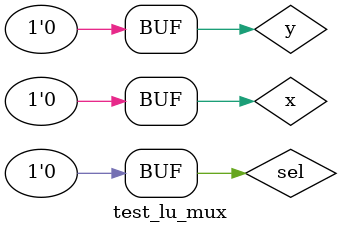
<source format=v>

module lu (
    output or_out, 
    output nor_out, 
    input a, 
    input b
);
// Descrever por portas
    or OR1 (or_out, a, b);
    nor NOR1 (nor_out, a, b);
endmodule // lu

// -------------------------
// Multiplexer
// -------------------------
module mux (
    output s, 
    input a, 
    input b, 
    input select
);
// Definir dados locais
    wire not_select;
    wire sa;
    wire sb;
// Descrever por portas
    not NOT1 (not_select, select);
    and AND1 (sa, a, not_select);
    and AND2 (sb, b, select);
    or OR1 (s, sa, sb);
endmodule // mux

// -------------------------
// Teste LU com MUX
// -------------------------
module test_lu_mux;
// ------------------------- Definir dados
    reg x;
    reg y;
    reg sel; // Sinal de seleção
    wire or_res;
    wire nor_res;
    wire z; // Saída única selecionada

    // Instanciar módulos
    lu modulo (or_res, nor_res, x, y);
    mux MUX1 (z, nor_res, or_res, sel);

// ------------------------- Parte principal
    initial
    begin : main
        $display("Guia_0702 - Alessandra Faria Rodrigues - 828333");
        $display("Test LU's module");
        $display(" x y sel z");

        // Inicializar valores
        x = 1'b0; y = 1'b1; sel = 1'b0;

        // Monitorar mudanças
        #1 $monitor("%4b %4b %4b %4b", x, y, sel, z);

        // Testes
        #1 sel = 1'b1; // Selecionar OR
        #1 x = 1'b1; y = 1'b1; // Teste com ambos iguais a 1
        #1 sel = 1'b0; // Selecionar NOR
        #1 x = 1'b0; y = 1'b0; // Teste com ambos iguais a 0
    end
endmodule // test_lu_mux

</source>
